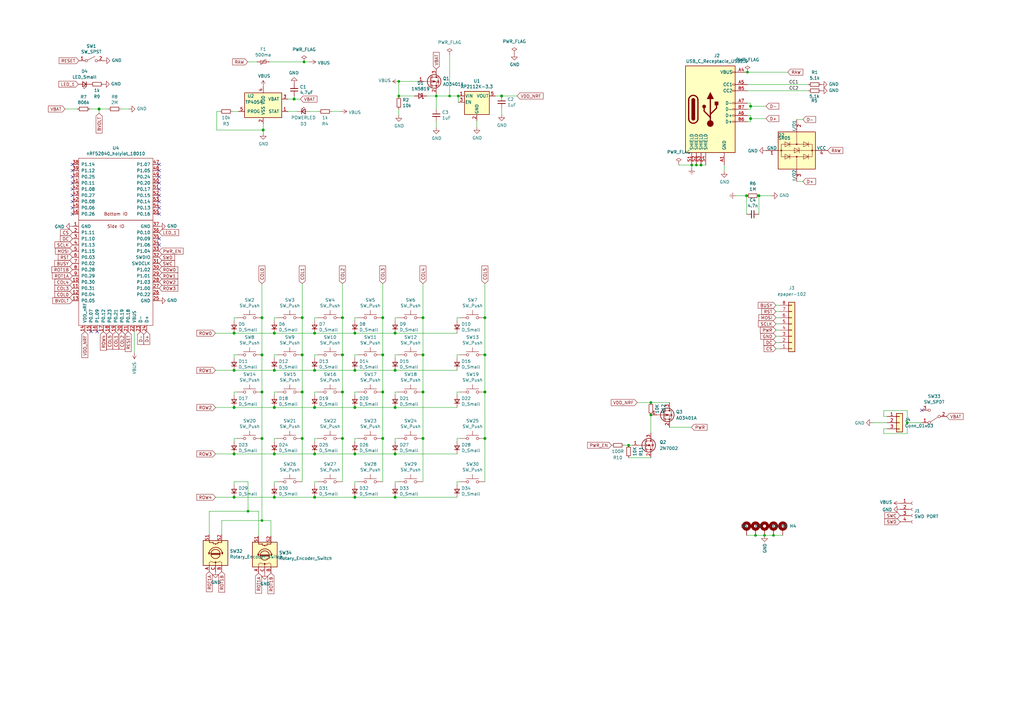
<source format=kicad_sch>
(kicad_sch (version 20211123) (generator eeschema)
  (paper "A3")
  (title_block (title "Hakea Wireless Keyboard") (date "2022-01-09") (rev "1.0") (company "TKW"))
  (junction (at 173.482 145.542) (diameter 1.016))
  (junction (at 173.482 179.832) (diameter 1.016))
  (junction (at 112.522 203.962) (diameter 1.016))
  (junction (at 162.052 186.182) (diameter 1.016))
  (junction (at 307.848 48.641) (diameter 1.016))
  (junction (at 101.727 209.677))
  (junction (at 145.542 167.132) (diameter 1.016))
  (junction (at 163.576 33.401))
  (junction (at 317.246 219.583))
  (junction (at 112.522 136.652) (diameter 1.016))
  (junction (at 187.96 39.37))
  (junction (at 287.528 67.691))
  (junction (at 112.522 186.182) (diameter 1.016))
  (junction (at 163.576 39.37))
  (junction (at 198.882 145.542) (diameter 1.016))
  (junction (at 307.848 43.561) (diameter 1.016))
  (junction (at 107.442 130.302) (diameter 1.016))
  (junction (at 107.442 145.542) (diameter 1.016))
  (junction (at 129.032 203.962) (diameter 1.016))
  (junction (at 311.277 80.264) (diameter 1.016))
  (junction (at 162.052 167.132) (diameter 1.016))
  (junction (at 309.88 219.583))
  (junction (at 162.052 203.962) (diameter 1.016))
  (junction (at 140.462 130.302) (diameter 1.016))
  (junction (at 96.012 186.182) (diameter 1.016))
  (junction (at 266.954 165.1))
  (junction (at 123.952 179.832) (diameter 1.016))
  (junction (at 140.462 179.832) (diameter 1.016))
  (junction (at 162.052 151.892) (diameter 1.016))
  (junction (at 123.952 160.782) (diameter 1.016))
  (junction (at 140.462 145.542) (diameter 1.016))
  (junction (at 283.718 67.691))
  (junction (at 107.95 53.34) (diameter 1.016))
  (junction (at 96.012 136.652) (diameter 1.016))
  (junction (at 107.442 179.832) (diameter 1.016))
  (junction (at 129.032 136.652) (diameter 1.016))
  (junction (at 112.522 167.132) (diameter 1.016))
  (junction (at 156.972 145.542) (diameter 1.016))
  (junction (at 306.578 29.591))
  (junction (at 156.972 130.302) (diameter 1.016))
  (junction (at 112.522 151.892) (diameter 1.016))
  (junction (at 120.65 40.64) (diameter 1.016))
  (junction (at 257.81 182.626))
  (junction (at 96.012 167.132) (diameter 1.016))
  (junction (at 129.032 186.182) (diameter 1.016))
  (junction (at 129.032 151.892) (diameter 1.016))
  (junction (at 198.882 160.782) (diameter 1.016))
  (junction (at 173.482 160.782) (diameter 1.016))
  (junction (at 198.882 179.832) (diameter 1.016))
  (junction (at 96.012 203.962) (diameter 1.016))
  (junction (at 198.882 130.302) (diameter 1.016))
  (junction (at 266.954 170.18))
  (junction (at 107.442 160.782) (diameter 1.016))
  (junction (at 173.482 130.302) (diameter 1.016))
  (junction (at 40.64 44.704) (diameter 1.016))
  (junction (at 145.542 136.652) (diameter 1.016))
  (junction (at 178.943 39.37))
  (junction (at 306.197 80.264) (diameter 1.016))
  (junction (at 124.714 25.4))
  (junction (at 313.563 219.583))
  (junction (at 145.542 186.182) (diameter 1.016))
  (junction (at 372.11 173.355))
  (junction (at 123.952 130.302) (diameter 1.016))
  (junction (at 140.462 160.782) (diameter 1.016))
  (junction (at 162.052 136.652) (diameter 1.016))
  (junction (at 145.542 151.892) (diameter 1.016))
  (junction (at 285.623 67.691))
  (junction (at 96.012 151.892) (diameter 1.016))
  (junction (at 107.442 213.487))
  (junction (at 129.032 167.132) (diameter 1.016))
  (junction (at 184.404 39.37))
  (junction (at 123.952 145.542) (diameter 1.016))
  (junction (at 156.972 160.782) (diameter 1.016))
  (junction (at 205.74 39.37) (diameter 1.016))
  (junction (at 145.542 203.962) (diameter 1.016))
  (junction (at 156.972 179.832) (diameter 1.016))
  (no_connect (at 378.079 168.275))
  (no_connect (at 29.718 72.517))
  (no_connect (at 29.718 69.977))
  (no_connect (at 29.718 77.597))
  (no_connect (at 29.718 75.057))
  (no_connect (at 29.718 67.437))
  (no_connect (at 65.278 72.517))
  (no_connect (at 65.278 75.057))
  (no_connect (at 65.278 77.597))
  (no_connect (at 65.278 82.677))
  (no_connect (at 65.278 67.437))
  (no_connect (at 65.278 69.977))
  (no_connect (at 65.278 80.137))
  (no_connect (at 65.278 85.217))
  (no_connect (at 65.278 87.757))
  (no_connect (at 29.718 80.137))
  (no_connect (at 29.718 82.677))
  (no_connect (at 29.718 85.217))
  (no_connect (at 29.718 87.757))
  (no_connect (at 37.338 136.017))
  (no_connect (at 39.878 136.017))
  (no_connect (at 65.278 100.457))
  (no_connect (at 65.278 97.917))
  (wire (pts (xy 318.262 143.002) (xy 319.659 143.002)))
  (wire (pts (xy 123.952 179.832) (xy 123.952 197.612)))
  (wire (pts (xy 156.972 130.302) (xy 156.972 145.542)))
  (wire (pts (xy 306.197 219.583) (xy 309.88 219.583)))
  (wire (pts (xy 187.452 197.612) (xy 188.722 197.612)))
  (wire (pts (xy 307.848 42.291) (xy 307.848 43.561)))
  (wire (pts (xy 306.578 42.291) (xy 307.848 42.291)))
  (wire (pts (xy 112.522 181.102) (xy 112.522 179.832)))
  (wire (pts (xy 36.83 44.704) (xy 40.64 44.704)))
  (wire (pts (xy 129.032 151.892) (xy 145.542 151.892)))
  (wire (pts (xy 163.576 33.401) (xy 171.323 33.401)))
  (wire (pts (xy 318.262 130.302) (xy 319.659 130.302)))
  (wire (pts (xy 88.392 167.132) (xy 96.012 167.132)))
  (wire (pts (xy 129.032 160.782) (xy 130.302 160.782)))
  (wire (pts (xy 129.032 181.102) (xy 129.032 179.832)))
  (wire (pts (xy 120.65 40.64) (xy 123.19 40.64)))
  (wire (pts (xy 95.25 45.72) (xy 97.79 45.72)))
  (wire (pts (xy 140.462 179.832) (xy 140.462 197.612)))
  (wire (pts (xy 140.462 130.302) (xy 140.462 145.542)))
  (wire (pts (xy 101.727 197.612) (xy 101.727 209.677)))
  (wire (pts (xy 88.9 45.72) (xy 88.9 53.34)))
  (wire (pts (xy 195.58 49.53) (xy 195.58 52.197)))
  (wire (pts (xy 96.012 130.302) (xy 97.282 130.302)))
  (wire (pts (xy 112.522 198.882) (xy 112.522 197.612)))
  (wire (pts (xy 307.848 43.561) (xy 314.198 43.561)))
  (wire (pts (xy 40.64 44.704) (xy 40.64 46.482)))
  (wire (pts (xy 198.882 145.542) (xy 198.882 160.782)))
  (wire (pts (xy 96.012 145.542) (xy 97.282 145.542)))
  (wire (pts (xy 311.277 87.884) (xy 311.277 80.264)))
  (wire (pts (xy 49.53 44.704) (xy 52.832 44.704)))
  (wire (pts (xy 318.262 125.222) (xy 319.659 125.222)))
  (wire (pts (xy 307.848 44.831) (xy 306.578 44.831)))
  (wire (pts (xy 306.197 80.264) (xy 306.197 87.884)))
  (wire (pts (xy 88.392 136.652) (xy 96.012 136.652)))
  (wire (pts (xy 145.542 146.812) (xy 145.542 145.542)))
  (wire (pts (xy 187.452 181.102) (xy 187.452 179.832)))
  (wire (pts (xy 112.522 136.652) (xy 129.032 136.652)))
  (wire (pts (xy 96.012 186.182) (xy 112.522 186.182)))
  (wire (pts (xy 306.578 47.371) (xy 307.848 47.371)))
  (wire (pts (xy 178.943 49.784) (xy 178.943 52.324)))
  (wire (pts (xy 123.952 116.332) (xy 123.952 130.302)))
  (wire (pts (xy 162.052 145.542) (xy 163.322 145.542)))
  (wire (pts (xy 118.11 40.64) (xy 120.65 40.64)))
  (wire (pts (xy 112.522 131.572) (xy 112.522 130.302)))
  (wire (pts (xy 106.045 219.837) (xy 106.045 209.677)))
  (wire (pts (xy 112.522 197.612) (xy 113.792 197.612)))
  (wire (pts (xy 162.052 197.612) (xy 163.322 197.612)))
  (wire (pts (xy 372.11 173.355) (xy 378.079 173.355)))
  (wire (pts (xy 163.576 33.401) (xy 163.576 39.37)))
  (wire (pts (xy 283.591 175.26) (xy 274.574 175.26)))
  (wire (pts (xy 257.81 187.706) (xy 266.954 187.706)))
  (wire (pts (xy 129.032 131.572) (xy 129.032 130.302)))
  (wire (pts (xy 85.852 219.202) (xy 85.852 209.677)))
  (wire (pts (xy 162.052 181.102) (xy 162.052 179.832)))
  (wire (pts (xy 184.404 22.479) (xy 184.404 39.37)))
  (wire (pts (xy 145.542 197.612) (xy 146.812 197.612)))
  (wire (pts (xy 257.81 182.626) (xy 259.334 182.626)))
  (wire (pts (xy 129.032 162.052) (xy 129.032 160.782)))
  (wire (pts (xy 145.542 186.182) (xy 162.052 186.182)))
  (wire (pts (xy 96.012 198.882) (xy 96.012 197.612)))
  (wire (pts (xy 285.623 67.691) (xy 287.528 67.691)))
  (wire (pts (xy 163.576 39.37) (xy 163.576 39.624)))
  (wire (pts (xy 162.052 160.782) (xy 163.322 160.782)))
  (wire (pts (xy 96.012 136.652) (xy 112.522 136.652)))
  (wire (pts (xy 145.542 162.052) (xy 145.542 160.782)))
  (wire (pts (xy 205.74 44.45) (xy 205.74 46.99)))
  (wire (pts (xy 156.972 116.332) (xy 156.972 130.302)))
  (wire (pts (xy 90.932 213.487) (xy 107.442 213.487)))
  (wire (pts (xy 140.462 145.542) (xy 140.462 160.782)))
  (wire (pts (xy 198.882 179.832) (xy 198.882 197.612)))
  (wire (pts (xy 55.118 144.653) (xy 55.118 136.017)))
  (wire (pts (xy 357.886 173.355) (xy 363.855 173.355)))
  (wire (pts (xy 163.576 44.704) (xy 163.576 47.244)))
  (wire (pts (xy 96.012 131.572) (xy 96.012 130.302)))
  (wire (pts (xy 111.125 213.487) (xy 107.442 213.487)))
  (wire (pts (xy 187.452 146.812) (xy 187.452 145.542)))
  (wire (pts (xy 156.972 145.542) (xy 156.972 160.782)))
  (wire (pts (xy 101.6 25.4) (xy 105.41 25.4)))
  (wire (pts (xy 156.972 160.782) (xy 156.972 179.832)))
  (wire (pts (xy 145.542 160.782) (xy 146.812 160.782)))
  (wire (pts (xy 145.542 203.962) (xy 162.052 203.962)))
  (wire (pts (xy 162.052 146.812) (xy 162.052 145.542)))
  (wire (pts (xy 118.11 45.72) (xy 121.92 45.72)))
  (wire (pts (xy 107.95 50.8) (xy 107.95 53.34)))
  (wire (pts (xy 96.012 197.612) (xy 101.727 197.612)))
  (wire (pts (xy 90.17 45.72) (xy 88.9 45.72)))
  (wire (pts (xy 261.366 165.1) (xy 266.954 165.1)))
  (wire (pts (xy 40.64 44.704) (xy 44.45 44.704)))
  (wire (pts (xy 96.012 203.962) (xy 112.522 203.962)))
  (wire (pts (xy 175.006 39.37) (xy 178.943 39.37)))
  (wire (pts (xy 173.482 116.332) (xy 173.482 130.302)))
  (wire (pts (xy 163.576 39.37) (xy 169.926 39.37)))
  (wire (pts (xy 326.771 74.422) (xy 329.311 74.422)))
  (wire (pts (xy 107.95 53.34) (xy 107.95 54.61)))
  (wire (pts (xy 178.943 39.37) (xy 178.943 44.704)))
  (wire (pts (xy 145.542 136.652) (xy 162.052 136.652)))
  (wire (pts (xy 96.012 162.052) (xy 96.012 160.782)))
  (wire (pts (xy 162.052 186.182) (xy 187.452 186.182)))
  (wire (pts (xy 173.482 160.782) (xy 173.482 179.832)))
  (wire (pts (xy 145.542 151.892) (xy 162.052 151.892)))
  (wire (pts (xy 283.718 67.691) (xy 285.623 67.691)))
  (wire (pts (xy 85.852 209.677) (xy 101.727 209.677)))
  (wire (pts (xy 123.952 160.782) (xy 123.952 179.832)))
  (wire (pts (xy 124.714 25.4) (xy 127 25.4)))
  (wire (pts (xy 145.542 181.102) (xy 145.542 179.832)))
  (wire (pts (xy 255.905 182.626) (xy 257.81 182.626)))
  (wire (pts (xy 145.542 179.832) (xy 146.812 179.832)))
  (wire (pts (xy 107.442 116.332) (xy 107.442 130.302)))
  (wire (pts (xy 129.032 167.132) (xy 145.542 167.132)))
  (wire (pts (xy 301.752 80.264) (xy 306.197 80.264)))
  (wire (pts (xy 145.542 145.542) (xy 146.812 145.542)))
  (wire (pts (xy 283.718 67.691) (xy 278.384 67.691)))
  (wire (pts (xy 205.74 39.37) (xy 212.09 39.37)))
  (wire (pts (xy 123.952 130.302) (xy 123.952 145.542)))
  (wire (pts (xy 187.452 131.572) (xy 187.452 130.302)))
  (wire (pts (xy 112.522 203.962) (xy 129.032 203.962)))
  (wire (pts (xy 287.528 67.691) (xy 289.433 67.691)))
  (wire (pts (xy 107.442 160.782) (xy 107.442 179.832)))
  (wire (pts (xy 266.954 165.1) (xy 274.574 165.1)))
  (wire (pts (xy 187.452 179.832) (xy 188.722 179.832)))
  (wire (pts (xy 318.262 137.922) (xy 319.659 137.922)))
  (wire (pts (xy 323.088 29.591) (xy 306.578 29.591)))
  (wire (pts (xy 283.718 68.961) (xy 283.718 67.691)))
  (wire (pts (xy 362.458 177.8) (xy 372.11 177.8)))
  (wire (pts (xy 112.522 146.812) (xy 112.522 145.542)))
  (wire (pts (xy 107.442 179.832) (xy 107.442 213.487)))
  (wire (pts (xy 156.972 179.832) (xy 156.972 197.612)))
  (wire (pts (xy 306.578 34.671) (xy 331.597 34.671)))
  (wire (pts (xy 317.246 219.583) (xy 321.056 219.583)))
  (wire (pts (xy 96.012 151.892) (xy 112.522 151.892)))
  (wire (pts (xy 129.032 146.812) (xy 129.032 145.542)))
  (wire (pts (xy 184.404 39.37) (xy 187.96 39.37)))
  (wire (pts (xy 129.032 130.302) (xy 130.302 130.302)))
  (wire (pts (xy 96.012 167.132) (xy 112.522 167.132)))
  (wire (pts (xy 203.2 39.37) (xy 205.74 39.37)))
  (wire (pts (xy 162.052 131.572) (xy 162.052 130.302)))
  (wire (pts (xy 145.542 167.132) (xy 162.052 167.132)))
  (wire (pts (xy 110.49 25.4) (xy 124.714 25.4)))
  (wire (pts (xy 318.262 132.842) (xy 319.659 132.842)))
  (wire (pts (xy 106.045 209.677) (xy 101.727 209.677)))
  (wire (pts (xy 178.943 38.481) (xy 178.943 39.37)))
  (wire (pts (xy 162.052 179.832) (xy 163.322 179.832)))
  (wire (pts (xy 127 45.72) (xy 130.81 45.72)))
  (wire (pts (xy 313.563 219.583) (xy 317.246 219.583)))
  (wire (pts (xy 120.65 39.37) (xy 120.65 40.64)))
  (wire (pts (xy 107.442 130.302) (xy 107.442 145.542)))
  (wire (pts (xy 307.848 47.371) (xy 307.848 48.641)))
  (wire (pts (xy 198.882 160.782) (xy 198.882 179.832)))
  (wire (pts (xy 178.943 39.37) (xy 184.404 39.37)))
  (wire (pts (xy 187.452 160.782) (xy 188.722 160.782)))
  (wire (pts (xy 107.442 145.542) (xy 107.442 160.782)))
  (wire (pts (xy 123.952 145.542) (xy 123.952 160.782)))
  (wire (pts (xy 112.522 179.832) (xy 113.792 179.832)))
  (wire (pts (xy 96.012 146.812) (xy 96.012 145.542)))
  (wire (pts (xy 112.522 145.542) (xy 113.792 145.542)))
  (wire (pts (xy 129.032 136.652) (xy 145.542 136.652)))
  (wire (pts (xy 372.11 168.402) (xy 362.458 168.402)))
  (wire (pts (xy 187.452 145.542) (xy 188.722 145.542)))
  (wire (pts (xy 372.11 173.355) (xy 372.11 168.402)))
  (wire (pts (xy 96.012 179.832) (xy 97.282 179.832)))
  (wire (pts (xy 318.262 127.762) (xy 319.659 127.762)))
  (wire (pts (xy 129.032 203.962) (xy 145.542 203.962)))
  (wire (pts (xy 26.67 44.704) (xy 31.75 44.704)))
  (wire (pts (xy 112.522 167.132) (xy 129.032 167.132)))
  (wire (pts (xy 145.542 130.302) (xy 146.812 130.302)))
  (wire (pts (xy 187.452 198.882) (xy 187.452 197.612)))
  (wire (pts (xy 162.052 203.962) (xy 187.452 203.962)))
  (wire (pts (xy 326.771 49.022) (xy 329.311 49.022)))
  (wire (pts (xy 307.848 48.641) (xy 307.848 49.911)))
  (wire (pts (xy 173.482 145.542) (xy 173.482 160.782)))
  (wire (pts (xy 187.96 39.37) (xy 187.96 41.91)))
  (wire (pts (xy 88.9 53.34) (xy 107.95 53.34)))
  (wire (pts (xy 96.012 181.102) (xy 96.012 179.832)))
  (wire (pts (xy 162.052 167.132) (xy 187.452 167.132)))
  (wire (pts (xy 111.125 219.837) (xy 111.125 213.487)))
  (wire (pts (xy 173.482 130.302) (xy 173.482 145.542)))
  (wire (pts (xy 306.578 37.211) (xy 331.597 37.211)))
  (wire (pts (xy 162.052 162.052) (xy 162.052 160.782)))
  (wire (pts (xy 129.032 186.182) (xy 145.542 186.182)))
  (wire (pts (xy 145.542 198.882) (xy 145.542 197.612)))
  (wire (pts (xy 297.053 67.691) (xy 297.053 70.231)))
  (wire (pts (xy 309.88 219.583) (xy 313.563 219.583)))
  (wire (pts (xy 278.384 67.691) (xy 278.384 67.437)))
  (wire (pts (xy 198.882 130.302) (xy 198.882 145.542)))
  (wire (pts (xy 112.522 151.892) (xy 129.032 151.892)))
  (wire (pts (xy 129.032 198.882) (xy 129.032 197.612)))
  (wire (pts (xy 363.855 175.895) (xy 362.458 175.895)))
  (wire (pts (xy 362.458 175.895) (xy 362.458 177.8)))
  (wire (pts (xy 362.458 168.402) (xy 362.458 170.815)))
  (wire (pts (xy 307.848 49.911) (xy 306.578 49.911)))
  (wire (pts (xy 112.522 160.782) (xy 113.792 160.782)))
  (wire (pts (xy 129.032 145.542) (xy 130.302 145.542)))
  (wire (pts (xy 145.542 131.572) (xy 145.542 130.302)))
  (wire (pts (xy 173.482 179.832) (xy 173.482 197.612)))
  (wire (pts (xy 112.522 186.182) (xy 129.032 186.182)))
  (wire (pts (xy 135.89 45.72) (xy 139.7 45.72)))
  (wire (pts (xy 362.458 170.815) (xy 363.855 170.815)))
  (wire (pts (xy 162.052 136.652) (xy 187.452 136.652)))
  (wire (pts (xy 187.452 162.052) (xy 187.452 160.782)))
  (wire (pts (xy 266.954 170.18) (xy 266.954 177.546)))
  (wire (pts (xy 162.052 151.892) (xy 187.452 151.892)))
  (wire (pts (xy 88.392 203.962) (xy 96.012 203.962)))
  (wire (pts (xy 112.522 130.302) (xy 113.792 130.302)))
  (wire (pts (xy 88.392 151.892) (xy 96.012 151.892)))
  (wire (pts (xy 307.848 43.561) (xy 307.848 44.831)))
  (wire (pts (xy 318.262 140.462) (xy 319.659 140.462)))
  (wire (pts (xy 129.032 197.612) (xy 130.302 197.612)))
  (wire (pts (xy 372.11 177.8) (xy 372.11 173.355)))
  (wire (pts (xy 88.392 186.182) (xy 96.012 186.182)))
  (wire (pts (xy 187.452 130.302) (xy 188.722 130.302)))
  (wire (pts (xy 112.522 162.052) (xy 112.522 160.782)))
  (wire (pts (xy 140.462 116.332) (xy 140.462 130.302)))
  (wire (pts (xy 162.052 130.302) (xy 163.322 130.302)))
  (wire (pts (xy 198.882 116.332) (xy 198.882 130.302)))
  (wire (pts (xy 318.262 135.382) (xy 319.659 135.382)))
  (wire (pts (xy 129.032 179.832) (xy 130.302 179.832)))
  (wire (pts (xy 140.462 160.782) (xy 140.462 179.832)))
  (wire (pts (xy 311.277 80.264) (xy 316.357 80.264)))
  (wire (pts (xy 90.932 219.202) (xy 90.932 213.487)))
  (wire (pts (xy 96.012 160.782) (xy 97.282 160.782)))
  (wire (pts (xy 307.848 48.641) (xy 314.198 48.641)))
  (wire (pts (xy 162.052 198.882) (xy 162.052 197.612)))
  (label "CC1" (at 323.596 34.671 0))
  (label "CC2" (at 323.596 37.211 0))
  (global_label "ROW2" (shape input) (at 88.392 167.132 180) (property "Intersheet References" "${INTERSHEET_REFS}" (effects hide)))
  (global_label "ROW0" (shape input) (at 88.392 136.652 180) (property "Intersheet References" "${INTERSHEET_REFS}" (effects hide)))
  (global_label "D-" (shape input) (at 329.311 49.022 0) (property "Intersheet References" "${INTERSHEET_REFS}" (effects hide)))
  (global_label "COL0" (shape input) (at 107.442 116.332 90) (property "Intersheet References" "${INTERSHEET_REFS}" (effects hide)))
  (global_label "BUSY" (shape input) (at 29.718 108.077 180) (property "Intersheet References" "${INTERSHEET_REFS}" (effects hide)))
  (global_label "COL3" (shape input) (at 156.972 116.332 90) (property "Intersheet References" "${INTERSHEET_REFS}" (effects hide)))
  (global_label "COL1" (shape input) (at 123.952 116.332 90) (property "Intersheet References" "${INTERSHEET_REFS}" (effects hide)))
  (global_label "ROW3" (shape input) (at 88.392 186.182 180) (property "Intersheet References" "${INTERSHEET_REFS}" (effects hide)))
  (global_label "VDD_NRF" (shape input) (at 261.366 165.1 180) (property "Intersheet References" "${INTERSHEET_REFS}" (effects hide)))
  (global_label "MOSI" (shape input) (at 29.718 102.997 180) (property "Intersheet References" "${INTERSHEET_REFS}" (effects hide)))
  (global_label "VBAT" (shape input) (at 178.943 28.321 90) (property "Intersheet References" "${INTERSHEET_REFS}" (effects hide)))
  (global_label "D-" (shape input) (at 314.198 43.561 0) (property "Intersheet References" "${INTERSHEET_REFS}" (effects hide)))
  (global_label "COL2" (shape input) (at 50.038 136.017 270) (property "Intersheet References" "${INTERSHEET_REFS}" (effects hide)))
  (global_label "PWR_EN" (shape input) (at 250.825 182.626 180) (property "Intersheet References" "${INTERSHEET_REFS}" (effects hide)))
  (global_label "CS" (shape input) (at 318.262 143.002 180) (property "Intersheet References" "${INTERSHEET_REFS}" (effects hide)))
  (global_label "SCLK" (shape input) (at 29.718 100.457 180) (property "Intersheet References" "${INTERSHEET_REFS}" (effects hide)))
  (global_label "BVOLT" (shape input) (at 40.64 46.482 270) (property "Intersheet References" "${INTERSHEET_REFS}" (effects hide)))
  (global_label "DC" (shape input) (at 318.262 140.462 180) (property "Intersheet References" "${INTERSHEET_REFS}" (effects hide)))
  (global_label "LED_1" (shape input) (at 65.278 95.377 0) (property "Intersheet References" "${INTERSHEET_REFS}" (effects hide)))
  (global_label "ROW4" (shape input) (at 42.418 136.017 270) (property "Intersheet References" "${INTERSHEET_REFS}" (effects hide)))
  (global_label "COL3" (shape input) (at 29.718 118.237 180) (property "Intersheet References" "${INTERSHEET_REFS}" (effects hide)))
  (global_label "COL1" (shape input) (at 47.498 136.017 270) (property "Intersheet References" "${INTERSHEET_REFS}" (effects hide)))
  (global_label "DC" (shape input) (at 29.718 97.917 180) (property "Intersheet References" "${INTERSHEET_REFS}" (effects hide)))
  (global_label "ROT1A" (shape input) (at 106.045 235.077 270) (property "Intersheet References" "${INTERSHEET_REFS}" (effects hide)))
  (global_label "LED_1" (shape input) (at 32.131 34.544 180) (property "Intersheet References" "${INTERSHEET_REFS}" (effects hide)))
  (global_label "RST" (shape input) (at 29.718 105.537 180) (property "Intersheet References" "${INTERSHEET_REFS}" (effects hide)))
  (global_label "ROT1B" (shape input) (at 29.718 110.617 180) (property "Intersheet References" "${INTERSHEET_REFS}" (effects hide)))
  (global_label "COL4" (shape input) (at 29.718 115.697 180) (property "Intersheet References" "${INTERSHEET_REFS}" (effects hide)))
  (global_label "COL5" (shape input) (at 198.882 116.332 90) (property "Intersheet References" "${INTERSHEET_REFS}" (effects hide)))
  (global_label "ROW3" (shape input) (at 65.278 118.237 0) (property "Intersheet References" "${INTERSHEET_REFS}" (effects hide)))
  (global_label "D+" (shape input) (at 314.198 48.641 0) (property "Intersheet References" "${INTERSHEET_REFS}" (effects hide)))
  (global_label "D+" (shape input) (at 60.198 136.017 270) (property "Intersheet References" "${INTERSHEET_REFS}" (effects hide)))
  (global_label "MOSI" (shape input) (at 318.262 130.302 180) (property "Intersheet References" "${INTERSHEET_REFS}" (effects hide)))
  (global_label "ROT1B" (shape input) (at 90.932 234.442 270) (property "Intersheet References" "${INTERSHEET_REFS}" (effects hide)))
  (global_label "BUSY" (shape input) (at 318.262 125.222 180) (property "Intersheet References" "${INTERSHEET_REFS}" (effects hide)))
  (global_label "COL2" (shape input) (at 140.462 116.332 90) (property "Intersheet References" "${INTERSHEET_REFS}" (effects hide)))
  (global_label "PWR" (shape input) (at 283.591 175.26 0) (property "Intersheet References" "${INTERSHEET_REFS}" (effects hide)))
  (global_label "ROT1A" (shape input) (at 85.852 234.442 270) (property "Intersheet References" "${INTERSHEET_REFS}" (effects hide)))
  (global_label "ROT1B" (shape input) (at 111.125 235.077 270) (property "Intersheet References" "${INTERSHEET_REFS}" (effects hide)))
  (global_label "RESET" (shape input) (at 32.385 24.892 180) (property "Intersheet References" "${INTERSHEET_REFS}" (effects hide)))
  (global_label "RAW" (shape input) (at 101.6 25.4 180) (property "Intersheet References" "${INTERSHEET_REFS}" (effects hide)))
  (global_label "VBAT" (shape input) (at 123.19 40.64 0) (property "Intersheet References" "${INTERSHEET_REFS}" (effects hide)))
  (global_label "RST" (shape input) (at 318.262 127.762 180) (property "Intersheet References" "${INTERSHEET_REFS}" (effects hide)))
  (global_label "BVOLT" (shape input) (at 29.718 123.317 180) (property "Intersheet References" "${INTERSHEET_REFS}" (effects hide)))
  (global_label "ROW4" (shape input) (at 88.392 203.962 180) (property "Intersheet References" "${INTERSHEET_REFS}" (effects hide)))
  (global_label "VBAT" (shape input) (at 388.239 170.815 0) (property "Intersheet References" "${INTERSHEET_REFS}" (effects hide)))
  (global_label "GND" (shape input) (at 318.262 137.922 180) (property "Intersheet References" "${INTERSHEET_REFS}" (effects hide)))
  (global_label "SWD" (shape input) (at 369.189 213.995 180) (property "Intersheet References" "${INTERSHEET_REFS}" (effects hide)))
  (global_label "VDD_NRF" (shape input) (at 212.09 39.37 0) (property "Intersheet References" "${INTERSHEET_REFS}" (effects hide)))
  (global_label "ROW1" (shape input) (at 65.278 113.157 0) (property "Intersheet References" "${INTERSHEET_REFS}" (effects hide)))
  (global_label "VBAT" (shape input) (at 26.67 44.704 180) (property "Intersheet References" "${INTERSHEET_REFS}" (effects hide)))
  (global_label "COL4" (shape input) (at 173.482 116.332 90) (property "Intersheet References" "${INTERSHEET_REFS}" (effects hide)))
  (global_label "D+" (shape input) (at 329.311 74.422 0) (property "Intersheet References" "${INTERSHEET_REFS}" (effects hide)))
  (global_label "VDD_NRF" (shape input) (at 34.798 136.017 270) (property "Intersheet References" "${INTERSHEET_REFS}" (effects hide)))
  (global_label "RAW" (shape input) (at 339.471 61.722 0) (property "Intersheet References" "${INTERSHEET_REFS}" (effects hide)))
  (global_label "SWD" (shape input) (at 65.278 105.537 0) (property "Intersheet References" "${INTERSHEET_REFS}" (effects hide)))
  (global_label "SCLK" (shape input) (at 318.262 132.842 180) (property "Intersheet References" "${INTERSHEET_REFS}" (effects hide)))
  (global_label "ROW0" (shape input) (at 65.278 110.617 0) (property "Intersheet References" "${INTERSHEET_REFS}" (effects hide)))
  (global_label "PWR" (shape input) (at 318.262 135.382 180) (property "Intersheet References" "${INTERSHEET_REFS}" (effects hide)))
  (global_label "CS" (shape input) (at 29.718 95.377 180) (property "Intersheet References" "${INTERSHEET_REFS}" (effects hide)))
  (global_label "ROT1A" (shape input) (at 29.718 113.157 180) (property "Intersheet References" "${INTERSHEET_REFS}" (effects hide)))
  (global_label "COL5" (shape input) (at 44.958 136.017 270) (property "Intersheet References" "${INTERSHEET_REFS}" (effects hide)))
  (global_label "RESET" (shape input) (at 52.578 136.017 270) (property "Intersheet References" "${INTERSHEET_REFS}" (effects hide)))
  (global_label "RAW" (shape input) (at 323.088 29.591 0) (property "Intersheet References" "${INTERSHEET_REFS}" (effects hide)))
  (global_label "ROW2" (shape input) (at 65.278 115.697 0) (property "Intersheet References" "${INTERSHEET_REFS}" (effects hide)))
  (global_label "D-" (shape input) (at 57.658 136.017 270) (property "Intersheet References" "${INTERSHEET_REFS}" (effects hide)))
  (global_label "SWC" (shape input) (at 65.278 108.077 0) (property "Intersheet References" "${INTERSHEET_REFS}" (effects hide)))
  (global_label "ROW1" (shape input) (at 88.392 151.892 180) (property "Intersheet References" "${INTERSHEET_REFS}" (effects hide)))
  (global_label "SWC" (shape input) (at 369.189 211.455 180) (property "Intersheet References" "${INTERSHEET_REFS}" (effects hide)))
  (global_label "PWR_EN" (shape input) (at 65.278 102.997 0) (property "Intersheet References" "${INTERSHEET_REFS}" (effects hide)))
  (global_label "COL0" (shape input) (at 29.718 120.777 180) (property "Intersheet References" "${INTERSHEET_REFS}" (effects hide)))
  (symbol (lib_id "nrf52840_holyiot_18010:nRF52840_holyiot_18010") (at 47.498 99.187 0) (unit 1)
    (property "Reference" "U4" (at 47.498 60.706 0))
    (property "Value" "nRF52840_holyiot_18010" (at 47.498 63.0174 0))
    (property "Footprint" "Library:nRF52840_holyiot_18010" (effects hide))
    (property "Datasheet" "http://www.holyiot.com/tp/2019042516322180424.pdf" (effects hide))
  )
  (symbol (lib_id "power:GND") (at 65.278 92.837 90) (unit 1)
    (property "Reference" "#PWR023" (effects hide))
    (property "Value" "GND" (at 68.5292 92.71 90) (effects (justify right)))
  )
  (symbol (lib_id "power:GND") (at 29.718 92.837 270) (unit 1)
    (property "Reference" "#PWR022" (effects hide))
    (property "Value" "GND" (at 26.4668 92.964 90) (effects (justify right)))
  )
  (symbol (lib_id "power:GND") (at 65.278 123.317 90) (unit 1)
    (property "Reference" "#PWR025" (effects hide))
    (property "Value" "GND" (at 68.5292 123.19 90) (effects (justify right)))
  )
  (symbol (lib_id "power:GND") (at 369.189 208.915 270) (unit 1)
    (property "Reference" "#PWR031" (effects hide))
    (property "Value" "GND" (at 365.9378 209.042 90) (effects (justify right)))
  )
  (symbol (lib_id "power:Earth") (at 301.752 80.264 270) (unit 1)
    (property "Reference" "#PWR017" (effects hide))
    (property "Value" "Earth" (effects hide))
  )
  (symbol (lib_id "Device:R_Small") (at 308.737 80.264 270) (unit 1)
    (property "Reference" "R6" (at 308.737 75.2856 90))
    (property "Value" "1M" (at 308.737 77.597 90))
    (property "Footprint" "Library:R_0805_2012Metric" (effects hide))
  )
  (symbol (lib_id "Device:C_Small") (at 308.737 87.884 270) (unit 1)
    (property "Reference" "C4" (at 308.737 82.0674 90))
    (property "Value" "4.7n" (at 308.737 84.3788 90))
    (property "Footprint" "Library:C_1206_3216Metric" (effects hide))
  )
  (symbol (lib_id "power:GND") (at 316.357 80.264 90) (unit 1)
    (property "Reference" "#PWR018" (effects hide))
    (property "Value" "GND" (at 319.6082 80.137 90) (effects (justify right)))
  )
  (symbol (lib_id "Device:Polyfuse_Small") (at 107.95 25.4 270) (unit 1)
    (property "Reference" "F1" (at 107.95 20.193 90))
    (property "Value" "500ma" (at 107.95 22.5044 90))
    (property "Footprint" "Library:Fuse_1206_3216Metric" (effects hide))
  )
  (symbol (lib_id "power:VBUS") (at 127 25.4 270) (unit 1)
    (property "Reference" "#PWR01" (effects hide))
    (property "Value" "VBUS" (at 130.2512 25.781 90) (effects (justify left)))
  )
  (symbol (lib_id "Battery_Management:MCP73831-3-OT") (at 107.95 43.18 0) (unit 1)
    (property "Reference" "U2" (at 102.87 39.37 0))
    (property "Value" "TP4054" (at 104.14 41.91 0))
    (property "Footprint" "Library:SOT-23-5" (effects hide))
    (property "Datasheet" "http://ww1.microchip.com/downloads/en/DeviceDoc/20001984g.pdf" (effects hide))
  )
  (symbol (lib_id "power:VBUS") (at 107.95 35.56 0) (unit 1)
    (property "Reference" "#PWR06" (effects hide))
    (property "Value" "VBUS" (at 108.331 31.1658 0))
  )
  (symbol (lib_id "power:GND") (at 107.95 54.61 0) (unit 1)
    (property "Reference" "#PWR015" (effects hide))
    (property "Value" "GND" (at 108.077 59.0042 0))
  )
  (symbol (lib_id "Device:R_Small") (at 92.71 45.72 90) (unit 1)
    (property "Reference" "R3" (at 92.71 50.8 90))
    (property "Value" "10k" (at 92.71 48.26 90))
    (property "Footprint" "Library:R_0805_2012Metric" (effects hide))
  )
  (symbol (lib_id "Device:LED_Small") (at 124.46 45.72 0) (unit 1)
    (property "Reference" "D3" (at 124.46 50.8 0))
    (property "Value" "POWERLED" (at 124.46 48.26 0))
    (property "Footprint" "Library:D_0805_2012Metric" (effects hide))
  )
  (symbol (lib_id "Device:R_Small") (at 133.35 45.72 270) (unit 1)
    (property "Reference" "R4" (at 133.35 50.8 90))
    (property "Value" "1k" (at 133.35 48.26 90))
    (property "Footprint" "Library:R_0805_2012Metric" (effects hide))
  )
  (symbol (lib_id "power:VBUS") (at 139.7 45.72 270) (unit 1)
    (property "Reference" "#PWR09" (effects hide))
    (property "Value" "VBUS" (at 142.9512 46.101 90) (effects (justify left)))
  )
  (symbol (lib_id "Device:C_Small") (at 120.65 36.83 180) (unit 1)
    (property "Reference" "C1" (at 122.9868 35.6616 0) (effects (justify right)))
    (property "Value" "4.7uF" (at 122.9868 37.973 0) (effects (justify right)))
    (property "Footprint" "Library:C_0805_2012Metric" (effects hide))
  )
  (symbol (lib_id "power:GND") (at 120.65 34.29 180) (unit 1)
    (property "Reference" "#PWR05" (effects hide))
    (property "Value" "GND" (at 120.523 29.8958 0))
  )
  (symbol (lib_id "Device:R_Small") (at 34.29 44.704 270) (unit 1)
    (property "Reference" "R7" (at 34.29 39.7256 90))
    (property "Value" "806k" (at 34.29 42.037 90))
    (property "Footprint" "Library:R_0805_2012Metric" (effects hide))
  )
  (symbol (lib_id "Device:R_Small") (at 46.99 44.704 270) (unit 1)
    (property "Reference" "R8" (at 46.99 39.7256 90))
    (property "Value" "2M" (at 46.99 42.037 90))
    (property "Footprint" "Library:R_0805_2012Metric" (effects hide))
  )
  (symbol (lib_id "power:GND") (at 52.832 44.704 90) (unit 1)
    (property "Reference" "#PWR020" (effects hide))
    (property "Value" "GND" (at 56.0832 44.577 90) (effects (justify right)))
  )
  (symbol (lib_id "Regulator_Linear:AP2112K-3.3") (at 195.58 41.91 0) (unit 1)
    (property "Reference" "U1" (at 195.58 33.2232 0))
    (property "Value" "AP2112K-3.3" (at 195.58 35.5346 0))
    (property "Footprint" "Library:SOT-23-5" (effects hide))
    (property "Datasheet" "https://www.diodes.com/assets/Datasheets/AP2112.pdf" (effects hide))
  )
  (symbol (lib_id "power:GND") (at 195.58 52.197 0) (unit 1)
    (property "Reference" "#PWR013" (effects hide))
    (property "Value" "GND" (at 195.707 56.5912 0))
  )
  (symbol (lib_id "Transistor_FET:AO3401A") (at 176.403 33.401 0) (unit 1)
    (property "Reference" "Q1" (at 181.61 32.2326 0) (effects (justify left)))
    (property "Value" "AO3401A" (at 181.61 34.544 0) (effects (justify left)))
    (property "Footprint" "Library:SOT-23" (effects hide))
    (property "Datasheet" "http://www.aosmd.com/pdfs/datasheet/AO3401A.pdf" (effects hide))
  )
  (symbol (lib_id "power:VBUS") (at 163.576 33.401 90) (unit 1)
    (property "Reference" "#PWR03" (effects hide))
    (property "Value" "VBUS" (at 160.3502 33.02 90) (effects (justify left)))
  )
  (symbol (lib_id "Device:R_Small") (at 163.576 42.164 0) (unit 1)
    (property "Reference" "R2" (at 165.0746 40.9956 0) (effects (justify left)))
    (property "Value" "10k" (at 165.0746 43.307 0) (effects (justify left)))
    (property "Footprint" "Library:R_0805_2012Metric" (effects hide))
  )
  (symbol (lib_id "Device:D_Schottky_Small") (at 172.466 39.37 180) (unit 1)
    (property "Reference" "D1" (at 172.466 34.1122 0))
    (property "Value" "1N5819" (at 172.466 36.4236 0))
    (property "Footprint" "Diode_SMD:D_SOD-123" (effects hide))
  )
  (symbol (lib_id "power:GND") (at 163.576 47.244 0) (unit 1)
    (property "Reference" "#PWR08" (effects hide))
    (property "Value" "GND" (at 163.703 51.6382 0))
  )
  (symbol (lib_id "power:VBUS") (at 55.118 144.653 180) (unit 1)
    (property "Reference" "#PWR026" (effects hide))
    (property "Value" "VBUS" (at 55.118 151.003 90))
  )
  (symbol (lib_id "Connector:Conn_01x04_Female") (at 374.269 208.915 0) (unit 1)
    (property "Reference" "J1" (at 374.9802 209.5246 0) (effects (justify left)))
    (property "Value" "SWD PORT" (at 374.9802 211.836 0) (effects (justify left)))
    (property "Footprint" "Library:PinHeader_1x04_P2.54mm_Vertical" (effects hide))
  )
  (symbol (lib_id "power:VBUS") (at 369.189 206.375 90) (unit 1)
    (property "Reference" "#PWR030" (effects hide))
    (property "Value" "VBUS" (at 365.9632 205.994 90) (effects (justify left)))
  )
  (symbol (lib_id "Switch:SW_SPST") (at 37.465 24.892 0) (unit 1)
    (property "Reference" "SW1" (at 37.465 18.923 0))
    (property "Value" "SW_SPST" (at 37.465 21.2344 0))
    (property "Footprint" "Library:TC-1101V" (effects hide))
  )
  (symbol (lib_id "power:GND") (at 42.545 24.892 90) (unit 1)
    (property "Reference" "#PWR019" (effects hide))
    (property "Value" "GND" (at 45.7962 24.765 90) (effects (justify right)))
  )
  (symbol (lib_id "Device:C_Small") (at 178.943 47.244 0) (unit 1)
    (property "Reference" "C3" (at 181.2798 46.0756 0) (effects (justify left)))
    (property "Value" "1uF" (at 181.2798 48.387 0) (effects (justify left)))
    (property "Footprint" "Library:C_0805_2012Metric" (effects hide))
  )
  (symbol (lib_id "power:GND") (at 178.943 52.324 0) (unit 1)
    (property "Reference" "#PWR012" (effects hide))
    (property "Value" "GND" (at 179.07 56.7182 0))
  )
  (symbol (lib_id "Device:C_Small") (at 205.74 41.91 0) (unit 1)
    (property "Reference" "C2" (at 208.0768 40.7416 0) (effects (justify left)))
    (property "Value" "1uF" (at 208.0768 43.053 0) (effects (justify left)))
    (property "Footprint" "Library:C_0805_2012Metric" (effects hide))
  )
  (symbol (lib_id "power:GND") (at 205.74 46.99 0) (unit 1)
    (property "Reference" "#PWR010" (effects hide))
    (property "Value" "GND" (at 205.867 51.3842 0))
  )
  (symbol (lib_id "Device:LED_Small") (at 34.671 34.544 180) (unit 1)
    (property "Reference" "D4" (at 34.671 29.2862 0))
    (property "Value" "LED_Small" (at 34.671 31.5976 0))
    (property "Footprint" "Library:D_0805_2012Metric" (effects hide))
  )
  (symbol (lib_id "Device:R_Small") (at 39.751 34.544 90) (unit 1)
    (property "Reference" "R9" (at 39.751 39.624 90))
    (property "Value" "1k" (at 39.751 37.084 90))
    (property "Footprint" "Library:R_0805_2012Metric" (effects hide))
  )
  (symbol (lib_id "power:GND") (at 42.291 34.544 90) (unit 1)
    (property "Reference" "#PWR021" (effects hide))
    (property "Value" "GND" (at 45.5422 34.417 90) (effects (justify right)))
  )
  (symbol (lib_id "Switch:SW_SPDT") (at 383.159 170.815 180) (unit 1)
    (property "Reference" "SW33" (at 383.159 162.56 0))
    (property "Value" "SW_SPDT" (at 383.159 164.8714 0))
    (property "Footprint" "Library:midmount_slide" (effects hide))
  )
  (symbol (lib_id "power:GND") (at 357.886 173.355 270) (unit 1)
    (property "Reference" "#PWR029" (effects hide))
    (property "Value" "GND" (at 354.6348 173.482 90) (effects (justify right)))
  )
  (symbol (lib_id "Device:D_Small") (at 162.052 134.112 90) (unit 1)
    (property "Reference" "D9" (at 163.83 132.9436 90) (effects (justify right)))
    (property "Value" "D_Small" (at 163.83 135.255 90) (effects (justify right)))
    (property "Footprint" "Diode_SMD:D_SOD-123" (effects hide))
  )
  (symbol (lib_id "Device:D_Small") (at 129.032 183.642 90) (unit 1)
    (property "Reference" "D25" (at 130.81 182.4736 90) (effects (justify right)))
    (property "Value" "D_Small" (at 130.81 184.785 90) (effects (justify right)))
    (property "Footprint" "Diode_SMD:D_SOD-123" (effects hide))
  )
  (symbol (lib_id "power:GND") (at 336.677 37.211 90) (unit 1)
    (property "Reference" "#PWR0105" (effects hide))
    (property "Value" "GND" (at 339.9282 37.084 90) (effects (justify right)))
  )
  (symbol (lib_id "Transistor_FET:2N7002") (at 264.414 182.626 0) (unit 1)
    (property "Reference" "Q2" (at 270.51 181.3559 0) (effects (justify left)))
    (property "Value" "2N7002" (at 270.51 183.8959 0) (effects (justify left)))
    (property "Footprint" "Package_TO_SOT_SMD:SOT-23" (effects hide))
    (property "Datasheet" "https://www.onsemi.com/pub/Collateral/NDS7002A-D.PDF" (effects hide))
  )
  (symbol (lib_id "Switch:SW_Push") (at 168.402 160.782 0) (unit 1)
    (property "Reference" "SW18" (at 168.402 153.543 0))
    (property "Value" "SW_Push" (at 168.402 155.8544 0))
    (property "Footprint" "Grandiceps:CherryMX_Choc_Hotswap-1side" (effects hide))
  )
  (symbol (lib_id "Switch:SW_Push") (at 118.872 130.302 0) (unit 1)
    (property "Reference" "SW3" (at 118.872 123.063 0))
    (property "Value" "SW_Push" (at 118.872 125.3744 0))
    (property "Footprint" "Grandiceps:CherryMX_Choc_Hotswap-1side" (effects hide))
  )
  (symbol (lib_id "Device:D_Small") (at 187.452 149.352 90) (unit 1)
    (property "Reference" "D16" (at 189.23 148.1836 90) (effects (justify right)))
    (property "Value" "D_Small" (at 189.23 150.495 90) (effects (justify right)))
    (property "Footprint" "Diode_SMD:D_SOD-123" (effects hide))
  )
  (symbol (lib_id "Switch:SW_Push") (at 193.802 160.782 0) (unit 1)
    (property "Reference" "SW19" (at 193.802 153.543 0))
    (property "Value" "SW_Push" (at 193.802 155.8544 0))
    (property "Footprint" "Grandiceps:CherryMX_Choc_Hotswap-1side" (effects hide))
  )
  (symbol (lib_id "Device:D_Small") (at 112.522 164.592 90) (unit 1)
    (property "Reference" "D18" (at 114.3 163.4236 90) (effects (justify right)))
    (property "Value" "D_Small" (at 114.3 165.735 90) (effects (justify right)))
    (property "Footprint" "Diode_SMD:D_SOD-123" (effects hide))
  )
  (symbol (lib_id "Device:R_Small") (at 334.137 37.211 270) (unit 1)
    (property "Reference" "R5" (at 334.01 41.275 90))
    (property "Value" "5.1k" (at 334.01 39.497 90))
    (property "Footprint" "Library:R_0805_2012Metric" (effects hide))
  )
  (symbol (lib_id "Switch:SW_Push") (at 193.802 145.542 0) (unit 1)
    (property "Reference" "SW13" (at 193.802 138.303 0))
    (property "Value" "SW_Push" (at 193.802 140.6144 0))
    (property "Footprint" "Grandiceps:CherryMX_Choc_Hotswap-1side" (effects hide))
  )
  (symbol (lib_id "Connector_Generic:Conn_01x03") (at 368.935 173.355 0) (unit 1)
    (property "Reference" "J4" (at 371.094 172.0849 0) (effects (justify left)))
    (property "Value" "Conn_01x03" (at 371.094 174.6249 0) (effects (justify left)))
    (property "Footprint" "Library:JST_PH_S3B-PH-K_1x03_P2.00mm_Horizontal" (effects hide))
  )
  (symbol (lib_id "Switch:SW_Push") (at 118.872 179.832 0) (unit 1)
    (property "Reference" "SW21" (at 118.872 172.593 0))
    (property "Value" "SW_Push" (at 118.872 174.9044 0))
    (property "Footprint" "Grandiceps:CherryMX_Choc_Hotswap-1side" (effects hide))
  )
  (symbol (lib_id "power:PWR_FLAG") (at 306.578 29.591 0) (unit 1)
    (property "Reference" "#FLG0104" (effects hide))
    (property "Value" "PWR_FLAG" (at 306.578 24.511 0))
  )
  (symbol (lib_id "Switch:SW_Push") (at 102.362 179.832 0) (unit 1)
    (property "Reference" "SW20" (at 102.362 172.593 0))
    (property "Value" "SW_Push" (at 102.362 174.9044 0))
    (property "Footprint" "Grandiceps:CherryMX_Choc_Hotswap-1side" (effects hide))
  )
  (symbol (lib_id "usb_c_receptacle_usb2.0:USB_C_Receptacle_USB2.0") (at 291.338 44.831 0) (unit 1)
    (property "Reference" "J2" (at 294.0558 22.8092 0))
    (property "Value" "USB_C_Receptacle_USB2.0" (at 294.0558 25.1206 0))
    (property "Footprint" "Library:USB-C_C168688" (effects hide))
    (property "Datasheet" "https://www.usb.org/sites/default/files/documents/usb_type-c.zip" (effects hide))
    (property "LCSC Part" "C168688" (effects hide))
    (property "JLC Part" "C168688" (effects hide))
  )
  (symbol (lib_id "Device:D_Small") (at 112.522 183.642 90) (unit 1)
    (property "Reference" "D24" (at 114.3 182.4736 90) (effects (justify right)))
    (property "Value" "D_Small" (at 114.3 184.785 90) (effects (justify right)))
    (property "Footprint" "Diode_SMD:D_SOD-123" (effects hide))
  )
  (symbol (lib_id "Switch:SW_Push") (at 168.402 197.612 0) (unit 1)
    (property "Reference" "SW29" (at 168.402 190.373 0))
    (property "Value" "SW_Push" (at 168.402 192.6844 0))
    (property "Footprint" "Grandiceps:CherryMX_Choc_Hotswap-1side" (effects hide))
  )
  (symbol (lib_id "Switch:SW_Push") (at 135.382 130.302 0) (unit 1)
    (property "Reference" "SW4" (at 135.382 123.063 0))
    (property "Value" "SW_Push" (at 135.382 125.3744 0))
    (property "Footprint" "Grandiceps:CherryMX_Choc_Hotswap-1side" (effects hide))
  )
  (symbol (lib_id "Switch:SW_Push") (at 118.872 197.612 0) (unit 1)
    (property "Reference" "SW26" (at 118.872 190.373 0))
    (property "Value" "SW_Push" (at 118.872 192.6844 0))
    (property "Footprint" "Grandiceps:CherryMX_Choc_Hotswap-1side" (effects hide))
  )
  (symbol (lib_id "Device:D_Small") (at 187.452 183.642 90) (unit 1)
    (property "Reference" "D28" (at 189.23 182.4736 90) (effects (justify right)))
    (property "Value" "D_Small" (at 189.23 184.785 90) (effects (justify right)))
    (property "Footprint" "Diode_SMD:D_SOD-123" (effects hide))
  )
  (symbol (lib_id "Switch:SW_Push") (at 151.892 130.302 0) (unit 1)
    (property "Reference" "SW5" (at 151.892 123.063 0))
    (property "Value" "SW_Push" (at 151.892 125.3744 0))
    (property "Footprint" "Grandiceps:CherryMX_Choc_Hotswap-1side" (effects hide))
  )
  (symbol (lib_id "Device:D_Small") (at 112.522 201.422 90) (unit 1)
    (property "Reference" "D30" (at 114.3 200.2536 90) (effects (justify right)))
    (property "Value" "D_Small" (at 114.3 202.565 90) (effects (justify right)))
    (property "Footprint" "Diode_SMD:D_SOD-123" (effects hide))
  )
  (symbol (lib_id "Device:D_Small") (at 112.522 149.352 90) (unit 1)
    (property "Reference" "D12" (at 114.3 148.1836 90) (effects (justify right)))
    (property "Value" "D_Small" (at 114.3 150.495 90) (effects (justify right)))
    (property "Footprint" "Diode_SMD:D_SOD-123" (effects hide))
  )
  (symbol (lib_id "Device:D_Small") (at 96.012 183.642 90) (unit 1)
    (property "Reference" "D23" (at 97.79 182.4736 90) (effects (justify right)))
    (property "Value" "D_Small" (at 97.79 184.785 90) (effects (justify right)))
    (property "Footprint" "Diode_SMD:D_SOD-123" (effects hide))
  )
  (symbol (lib_id "Device:D_Small") (at 145.542 134.112 90) (unit 1)
    (property "Reference" "D8" (at 147.32 132.9436 90) (effects (justify right)))
    (property "Value" "D_Small" (at 147.32 135.255 90) (effects (justify right)))
    (property "Footprint" "Diode_SMD:D_SOD-123" (effects hide))
  )
  (symbol (lib_id "power:GND") (at 314.071 61.722 270) (unit 1)
    (property "Reference" "#PWR0106" (effects hide))
    (property "Value" "GND" (at 310.8198 61.849 90) (effects (justify right)))
  )
  (symbol (lib_id "Device:D_Small") (at 187.452 201.422 90) (unit 1)
    (property "Reference" "D34" (at 189.23 200.2536 90) (effects (justify right)))
    (property "Value" "D_Small" (at 189.23 202.565 90) (effects (justify right)))
    (property "Footprint" "Diode_SMD:D_SOD-123" (effects hide))
  )
  (symbol (lib_id "Device:D_Small") (at 145.542 201.422 90) (unit 1)
    (property "Reference" "D32" (at 147.32 200.2536 90) (effects (justify right)))
    (property "Value" "D_Small" (at 147.32 202.565 90) (effects (justify right)))
    (property "Footprint" "Diode_SMD:D_SOD-123" (effects hide))
  )
  (symbol (lib_id "Connector_Generic:Conn_01x08") (at 324.739 135.382 0) (mirror x) (unit 1)
    (property "Reference" "J3" (at 324.739 118.11 0))
    (property "Value" "epaper-102" (at 324.739 120.65 0))
    (property "Footprint" "Connector_PinHeader_2.54mm:PinHeader_1x08_P2.54mm_Vertical" (effects hide))
  )
  (symbol (lib_id "power:GND") (at 88.392 234.442 0) (unit 1)
    (property "Reference" "#PWR0102" (effects hide))
    (property "Value" "GND" (at 88.519 238.8362 0))
  )
  (symbol (lib_id "Switch:SW_Push") (at 193.802 179.832 0) (unit 1)
    (property "Reference" "SW25" (at 193.802 172.593 0))
    (property "Value" "SW_Push" (at 193.802 174.9044 0))
    (property "Footprint" "Grandiceps:CherryMX_Choc_Hotswap-1side" (effects hide))
  )
  (symbol (lib_id "Mechanical:MountingHole_Pad") (at 309.88 217.043 0) (unit 1)
    (property "Reference" "H6" (at 306.578 215.7729 0) (effects (justify right)))
    (property "Value" "MountingHole" (effects hide))
    (property "Footprint" "Library:MountingHole_2.2mm_M2_ISO7380_Pad" (effects hide))
  )
  (symbol (lib_id "Device:D_Small") (at 129.032 134.112 90) (unit 1)
    (property "Reference" "D7" (at 130.81 132.9436 90) (effects (justify right)))
    (property "Value" "D_Small" (at 130.81 135.255 90) (effects (justify right)))
    (property "Footprint" "Diode_SMD:D_SOD-123" (effects hide))
  )
  (symbol (lib_id "Switch:SW_Push") (at 168.402 179.832 0) (unit 1)
    (property "Reference" "SW24" (at 168.402 172.593 0))
    (property "Value" "SW_Push" (at 168.402 174.9044 0))
    (property "Footprint" "Grandiceps:CherryMX_Choc_Hotswap-1side" (effects hide))
  )
  (symbol (lib_id "Switch:SW_Push") (at 151.892 160.782 0) (unit 1)
    (property "Reference" "SW17" (at 151.892 153.543 0))
    (property "Value" "SW_Push" (at 151.892 155.8544 0))
    (property "Footprint" "Grandiceps:CherryMX_Choc_Hotswap-1side" (effects hide))
  )
  (symbol (lib_id "Device:R_Small") (at 253.365 182.626 90) (unit 1)
    (property "Reference" "R10" (at 253.365 187.706 90))
    (property "Value" "100R" (at 253.365 185.166 90))
    (property "Footprint" "Library:R_0805_2012Metric" (effects hide))
  )
  (symbol (lib_id "power:PWR_FLAG") (at 278.384 67.437 0) (unit 1)
    (property "Reference" "#FLG0103" (effects hide))
    (property "Value" "PWR_FLAG" (at 278.384 62.357 0))
  )
  (symbol (lib_id "power:GND") (at 210.947 22.098 0) (unit 1)
    (property "Reference" "#PWR0110" (effects hide))
    (property "Value" "GND" (at 211.074 26.4922 0))
  )
  (symbol (lib_id "power:GND") (at 313.563 219.583 0) (unit 1)
    (property "Reference" "#PWR0108" (effects hide))
    (property "Value" "GND" (at 313.69 222.8342 90) (effects (justify right)))
  )
  (symbol (lib_id "Switch:SW_Push") (at 135.382 160.782 0) (unit 1)
    (property "Reference" "SW16" (at 135.382 153.543 0))
    (property "Value" "SW_Push" (at 135.382 155.8544 0))
    (property "Footprint" "Grandiceps:CherryMX_Choc_Hotswap-1side" (effects hide))
  )
  (symbol (lib_id "Device:D_Small") (at 129.032 201.422 90) (unit 1)
    (property "Reference" "D31" (at 130.81 200.2536 90) (effects (justify right)))
    (property "Value" "D_Small" (at 130.81 202.565 90) (effects (justify right)))
    (property "Footprint" "Diode_SMD:D_SOD-123" (effects hide))
  )
  (symbol (lib_id "power:PWR_FLAG") (at 210.947 22.098 0) (unit 1)
    (property "Reference" "#FLG0102" (effects hide))
    (property "Value" "PWR_FLAG" (at 210.947 17.018 0))
  )
  (symbol (lib_id "Mechanical:MountingHole_Pad") (at 313.563 217.043 0) (unit 1)
    (property "Reference" "H5" (at 316.23 215.7729 0) (effects (justify left)))
    (property "Value" "MountingHole" (effects hide))
    (property "Footprint" "Library:MountingHole_2.2mm_M2_ISO7380_Pad" (effects hide))
  )
  (symbol (lib_id "Switch:SW_Push") (at 168.402 130.302 0) (unit 1)
    (property "Reference" "SW6" (at 168.402 123.063 0))
    (property "Value" "SW_Push" (at 168.402 125.3744 0))
    (property "Footprint" "Grandiceps:CherryMX_Choc_Hotswap-1side" (effects hide))
  )
  (symbol (lib_id "Switch:SW_Push") (at 118.872 145.542 0) (unit 1)
    (property "Reference" "SW9" (at 118.872 138.303 0))
    (property "Value" "SW_Push" (at 118.872 140.6144 0))
    (property "Footprint" "Grandiceps:CherryMX_Choc_Hotswap-1side" (effects hide))
  )
  (symbol (lib_id "Mechanical:MountingHole_Pad") (at 317.246 217.043 0) (unit 1)
    (property "Reference" "H2" (at 320.294 215.7729 0) (effects (justify left)))
    (property "Value" "MountingHole" (effects hide))
    (property "Footprint" "Library:MountingHole_2.2mm_M2_ISO7380_Pad" (effects hide))
  )
  (symbol (lib_id "Device:D_Small") (at 162.052 201.422 90) (unit 1)
    (property "Reference" "D33" (at 163.83 200.2536 90) (effects (justify right)))
    (property "Value" "D_Small" (at 163.83 202.565 90) (effects (justify right)))
    (property "Footprint" "Diode_SMD:D_SOD-123" (effects hide))
  )
  (symbol (lib_id "power:PWR_FLAG") (at 184.404 22.479 0) (unit 1)
    (property "Reference" "#FLG0101" (effects hide))
    (property "Value" "PWR_FLAG" (at 184.404 17.399 0))
  )
  (symbol (lib_id "power:GND") (at 108.585 235.077 0) (unit 1)
    (property "Reference" "#PWR0109" (effects hide))
    (property "Value" "GND" (at 108.712 239.4712 0))
  )
  (symbol (lib_id "Device:D_Small") (at 96.012 149.352 90) (unit 1)
    (property "Reference" "D11" (at 97.79 148.1836 90) (effects (justify right)))
    (property "Value" "D_Small" (at 97.79 150.495 90) (effects (justify right)))
    (property "Footprint" "Diode_SMD:D_SOD-123" (effects hide))
  )
  (symbol (lib_id "Device:D_Small") (at 162.052 164.592 90) (unit 1)
    (property "Reference" "D21" (at 163.83 163.4236 90) (effects (justify right)))
    (property "Value" "D_Small" (at 163.83 165.735 90) (effects (justify right)))
    (property "Footprint" "Diode_SMD:D_SOD-123" (effects hide))
  )
  (symbol (lib_id "Device:RotaryEncoder_Switch") (at 88.392 226.822 90) (unit 1)
    (property "Reference" "SW32" (at 94.2341 226.0611 90) (effects (justify right)))
    (property "Value" "Rotary_Encoder_Switch" (at 94.2341 228.3598 90) (effects (justify right)))
    (property "Footprint" "Library:RollerEncoder_Panasonic_EVQWGD001" (effects hide))
  )
  (symbol (lib_id "Switch:SW_Push") (at 102.362 130.302 0) (unit 1)
    (property "Reference" "SW2" (at 102.362 123.063 0))
    (property "Value" "SW_Push" (at 102.362 125.3744 0))
    (property "Footprint" "Grandiceps:CherryMX_Choc_Hotswap-1side" (effects hide))
  )
  (symbol (lib_id "Switch:SW_Push") (at 193.802 130.302 0) (unit 1)
    (property "Reference" "SW7" (at 193.802 123.063 0))
    (property "Value" "SW_Push" (at 193.802 125.3744 0))
    (property "Footprint" "Grandiceps:CherryMX_Choc_Hotswap-1side" (effects hide))
  )
  (symbol (lib_id "power:PWR_FLAG") (at 124.714 25.4 0) (unit 1)
    (property "Reference" "#FLG0105" (effects hide))
    (property "Value" "PWR_FLAG" (at 124.714 20.32 0))
  )
  (symbol (lib_id "Device:D_Small") (at 162.052 149.352 90) (unit 1)
    (property "Reference" "D15" (at 163.83 148.1836 90) (effects (justify right)))
    (property "Value" "D_Small" (at 163.83 150.495 90) (effects (justify right)))
    (property "Footprint" "Diode_SMD:D_SOD-123" (effects hide))
  )
  (symbol (lib_id "Switch:SW_Push") (at 135.382 179.832 0) (unit 1)
    (property "Reference" "SW22" (at 135.382 172.593 0))
    (property "Value" "SW_Push" (at 135.382 174.9044 0))
    (property "Footprint" "Grandiceps:CherryMX_Choc_Hotswap-1side" (effects hide))
  )
  (symbol (lib_id "Switch:SW_Push") (at 102.362 145.542 0) (unit 1)
    (property "Reference" "SW8" (at 102.362 138.303 0))
    (property "Value" "SW_Push" (at 102.362 140.6144 0))
    (property "Footprint" "Grandiceps:CherryMX_Choc_Hotswap-1side" (effects hide))
  )
  (symbol (lib_id "Transistor_FET:AO3401A") (at 272.034 170.18 0) (unit 1)
    (property "Reference" "Q3" (at 277.241 168.9099 0) (effects (justify left)))
    (property "Value" "AO3401A" (at 277.241 171.4499 0) (effects (justify left)))
    (property "Footprint" "Package_TO_SOT_SMD:SOT-23" (effects hide))
    (property "Datasheet" "http://www.aosmd.com/pdfs/datasheet/AO3401A.pdf" (effects hide))
  )
  (symbol (lib_id "power:Earth") (at 283.718 68.961 0) (mirror y) (unit 1)
    (property "Reference" "#PWR0103" (effects hide))
    (property "Value" "Earth" (effects hide))
  )
  (symbol (lib_id "Device:D_Small") (at 112.522 134.112 90) (unit 1)
    (property "Reference" "D6" (at 114.3 132.9436 90) (effects (justify right)))
    (property "Value" "D_Small" (at 114.3 135.255 90) (effects (justify right)))
    (property "Footprint" "Diode_SMD:D_SOD-123" (effects hide))
  )
  (symbol (lib_id "Device:RotaryEncoder_Switch") (at 108.585 227.457 90) (unit 1)
    (property "Reference" "SW34" (at 114.4271 226.6961 90) (effects (justify right)))
    (property "Value" "Rotary_Encoder_Switch" (at 114.4271 228.9948 90) (effects (justify right)))
    (property "Footprint" "Library:RotaryEncoder_Alps_EC11E-Switch_Vertical_H20mm" (effects hide))
  )
  (symbol (lib_id "Power_Protection:PRTR5V0U2X") (at 326.771 61.722 270) (unit 1)
    (property "Reference" "D2" (at 319.151 55.372 90) (effects (justify left)))
    (property "Value" "SR05" (at 319.151 56.642 90) (effects (justify left)))
    (property "Footprint" "Library:SOT-143" (effects hide))
    (property "Datasheet" "https://assets.nexperia.com/documents/data-sheet/PRTR5V0U2X.pdf" (effects hide))
  )
  (symbol (lib_id "power:GND") (at 336.677 34.671 90) (unit 1)
    (property "Reference" "#PWR0107" (effects hide))
    (property "Value" "GND" (at 339.9282 34.544 90) (effects (justify right)))
  )
  (symbol (lib_id "Switch:SW_Push") (at 102.362 160.782 0) (unit 1)
    (property "Reference" "SW14" (at 102.362 153.543 0))
    (property "Value" "SW_Push" (at 102.362 155.8544 0))
    (property "Footprint" "Grandiceps:CherryMX_Choc_Hotswap-1side" (effects hide))
  )
  (symbol (lib_id "Device:R_Small") (at 257.81 185.166 180) (unit 1)
    (property "Reference" "R11" (at 262.89 185.166 90))
    (property "Value" "10K" (at 260.35 185.166 90))
    (property "Footprint" "Library:R_0805_2012Metric" (effects hide))
  )
  (symbol (lib_id "Switch:SW_Push") (at 135.382 145.542 0) (unit 1)
    (property "Reference" "SW10" (at 135.382 138.303 0))
    (property "Value" "SW_Push" (at 135.382 140.6144 0))
    (property "Footprint" "Grandiceps:CherryMX_Choc_Hotswap-1side" (effects hide))
  )
  (symbol (lib_id "Device:D_Small") (at 162.052 183.642 90) (unit 1)
    (property "Reference" "D27" (at 163.83 182.4736 90) (effects (justify right)))
    (property "Value" "D_Small" (at 163.83 184.785 90) (effects (justify right)))
    (property "Footprint" "Diode_SMD:D_SOD-123" (effects hide))
  )
  (symbol (lib_id "Device:D_Small") (at 145.542 149.352 90) (unit 1)
    (property "Reference" "D14" (at 147.32 148.1836 90) (effects (justify right)))
    (property "Value" "D_Small" (at 147.32 150.495 90) (effects (justify right)))
    (property "Footprint" "Diode_SMD:D_SOD-123" (effects hide))
  )
  (symbol (lib_id "Device:D_Small") (at 96.012 164.592 90) (unit 1)
    (property "Reference" "D17" (at 97.79 163.4236 90) (effects (justify right)))
    (property "Value" "D_Small" (at 97.79 165.735 90) (effects (justify right)))
    (property "Footprint" "Diode_SMD:D_SOD-123" (effects hide))
  )
  (symbol (lib_id "Device:D_Small") (at 96.012 201.422 90) (unit 1)
    (property "Reference" "D29" (at 97.79 200.2536 90) (effects (justify right)))
    (property "Value" "D_Small" (at 97.79 202.565 90) (effects (justify right)))
    (property "Footprint" "Diode_SMD:D_SOD-123" (effects hide))
  )
  (symbol (lib_id "Switch:SW_Push") (at 118.872 160.782 0) (unit 1)
    (property "Reference" "SW15" (at 118.872 153.543 0))
    (property "Value" "SW_Push" (at 118.872 155.8544 0))
    (property "Footprint" "Grandiceps:CherryMX_Choc_Hotswap-1side" (effects hide))
  )
  (symbol (lib_id "Device:D_Small") (at 145.542 164.592 90) (unit 1)
    (property "Reference" "D20" (at 147.32 163.4236 90) (effects (justify right)))
    (property "Value" "D_Small" (at 147.32 165.735 90) (effects (justify right)))
    (property "Footprint" "Diode_SMD:D_SOD-123" (effects hide))
  )
  (symbol (lib_id "Switch:SW_Push") (at 135.382 197.612 0) (unit 1)
    (property "Reference" "SW27" (at 135.382 190.373 0))
    (property "Value" "SW_Push" (at 135.382 192.6844 0))
    (property "Footprint" "Grandiceps:CherryMX_Choc_Hotswap-1side" (effects hide))
  )
  (symbol (lib_id "Device:D_Small") (at 187.452 134.112 90) (unit 1)
    (property "Reference" "D10" (at 189.23 132.9436 90) (effects (justify right)))
    (property "Value" "D_Small" (at 189.23 135.255 90) (effects (justify right)))
    (property "Footprint" "Diode_SMD:D_SOD-123" (effects hide))
  )
  (symbol (lib_id "Device:D_Small") (at 187.452 164.592 90) (unit 1)
    (property "Reference" "D22" (at 189.23 163.4236 90) (effects (justify right)))
    (property "Value" "D_Small" (at 189.23 165.735 90) (effects (justify right)))
    (property "Footprint" "Diode_SMD:D_SOD-123" (effects hide))
  )
  (symbol (lib_id "Device:R_Small") (at 334.137 34.671 270) (unit 1)
    (property "Reference" "R1" (at 334.137 29.6926 90))
    (property "Value" "5.1k" (at 334.137 32.004 90))
    (property "Footprint" "Library:R_0805_2012Metric" (effects hide))
  )
  (symbol (lib_id "Mechanical:MountingHole_Pad") (at 321.056 217.043 0) (unit 1)
    (property "Reference" "H4" (at 323.85 215.7729 0) (effects (justify left)))
    (property "Value" "MountingHole" (effects hide))
    (property "Footprint" "Library:MountingHole_2.2mm_M2_ISO7380_Pad" (effects hide))
  )
  (symbol (lib_id "Device:D_Small") (at 129.032 164.592 90) (unit 1)
    (property "Reference" "D19" (at 130.81 163.4236 90) (effects (justify right)))
    (property "Value" "D_Small" (at 130.81 165.735 90) (effects (justify right)))
    (property "Footprint" "Diode_SMD:D_SOD-123" (effects hide))
  )
  (symbol (lib_id "Device:D_Small") (at 129.032 149.352 90) (unit 1)
    (property "Reference" "D13" (at 130.81 148.1836 90) (effects (justify right)))
    (property "Value" "D_Small" (at 130.81 150.495 90) (effects (justify right)))
    (property "Footprint" "Diode_SMD:D_SOD-123" (effects hide))
  )
  (symbol (lib_id "Switch:SW_Push") (at 168.402 145.542 0) (unit 1)
    (property "Reference" "SW12" (at 168.402 138.303 0))
    (property "Value" "SW_Push" (at 168.402 140.6144 0))
    (property "Footprint" "Grandiceps:CherryMX_Choc_Hotswap-1side" (effects hide))
  )
  (symbol (lib_id "Switch:SW_Push") (at 151.892 197.612 0) (unit 1)
    (property "Reference" "SW28" (at 151.892 190.373 0))
    (property "Value" "SW_Push" (at 151.892 192.6844 0))
    (property "Footprint" "Grandiceps:CherryMX_Choc_Hotswap-1side" (effects hide))
  )
  (symbol (lib_id "Switch:SW_Push") (at 151.892 179.832 0) (unit 1)
    (property "Reference" "SW23" (at 151.892 172.593 0))
    (property "Value" "SW_Push" (at 151.892 174.9044 0))
    (property "Footprint" "Grandiceps:CherryMX_Choc_Hotswap-1side" (effects hide))
  )
  (symbol (lib_id "Switch:SW_Push") (at 151.892 145.542 0) (unit 1)
    (property "Reference" "SW11" (at 151.892 138.303 0))
    (property "Value" "SW_Push" (at 151.892 140.6144 0))
    (property "Footprint" "Grandiceps:CherryMX_Choc_Hotswap-1side" (effects hide))
  )
  (symbol (lib_id "Device:D_Small") (at 96.012 134.112 90) (unit 1)
    (property "Reference" "D5" (at 97.79 132.9436 90) (effects (justify right)))
    (property "Value" "D_Small" (at 97.79 135.255 90) (effects (justify right)))
    (property "Footprint" "Diode_SMD:D_SOD-123" (effects hide))
  )
  (symbol (lib_id "Device:R_Small") (at 266.954 167.64 180) (unit 1)
    (property "Reference" "R12" (at 272.034 167.64 90))
    (property "Value" "10K" (at 269.494 167.64 90))
    (property "Footprint" "Library:R_0805_2012Metric" (effects hide))
  )
  (symbol (lib_id "Switch:SW_Push") (at 193.802 197.612 0) (unit 1)
    (property "Reference" "SW30" (at 193.802 190.373 0))
    (property "Value" "SW_Push" (at 193.802 192.6844 0))
    (property "Footprint" "Grandiceps:CherryMX_Choc_Hotswap-1side" (effects hide))
  )
  (symbol (lib_id "Mechanical:MountingHole_Pad") (at 306.197 217.043 0) (unit 1)
    (property "Reference" "H3" (at 309.499 215.7729 0) (effects (justify left)))
    (property "Value" "MountingHole" (effects hide))
    (property "Footprint" "Library:MountingHole_2.2mm_M2_ISO7380_Pad" (effects hide))
  )
  (symbol (lib_id "Device:D_Small") (at 145.542 183.642 90) (unit 1)
    (property "Reference" "D26" (at 147.32 182.4736 90) (effects (justify right)))
    (property "Value" "D_Small" (at 147.32 184.785 90) (effects (justify right)))
    (property "Footprint" "Diode_SMD:D_SOD-123" (effects hide))
  )
  (symbol (lib_id "power:GND") (at 297.053 70.231 0) (unit 1)
    (property "Reference" "#PWR0104" (effects hide))
    (property "Value" "GND" (at 297.18 74.6252 0))
  )
)
</source>
